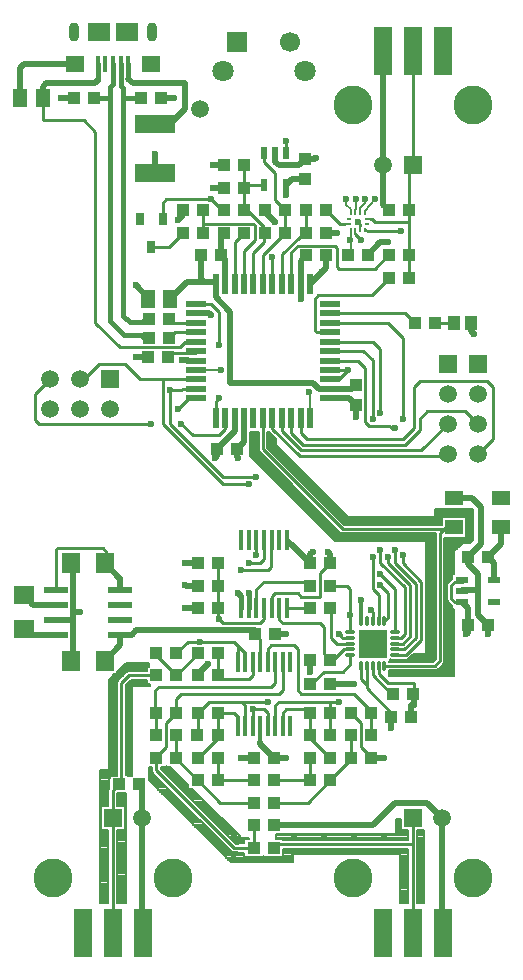
<source format=gtl>
G04 DipTrace 2.4.0.1*
%INtsunami.front.gtl*%
%MOIN*%
%ADD14C,0.02*%
%ADD15C,0.01*%
%ADD16C,0.0197*%
%ADD17C,0.0138*%
%ADD18C,0.0157*%
%ADD19C,0.008*%
%ADD20C,0.0083*%
%ADD21C,0.0118*%
%ADD22C,0.015*%
%ADD24C,0.006*%
%ADD25C,0.007*%
%ADD26R,0.0433X0.0394*%
%ADD27R,0.0394X0.0433*%
%ADD28R,0.063X0.0709*%
%ADD29R,0.0709X0.063*%
%ADD30R,0.0591X0.0591*%
%ADD32C,0.0591*%
%ADD34R,0.0256X0.0413*%
%ADD35R,0.0394X0.0512*%
%ADD36R,0.1339X0.063*%
%ADD37R,0.0083X0.0183*%
%ADD38R,0.0154X0.0083*%
%ADD39R,0.0236X0.0433*%
%ADD40C,0.0236*%
%ADD41R,0.0709X0.0197*%
%ADD42R,0.0197X0.0709*%
%ADD43R,0.0157X0.0709*%
%ADD44R,0.0433X0.0236*%
%ADD45R,0.0787X0.0236*%
%ADD46O,0.0118X0.0335*%
%ADD47O,0.0335X0.0118*%
%ADD48R,0.0965X0.0965*%
%ADD49R,0.0138X0.0709*%
%ADD50C,0.1299*%
%ADD52R,0.0157X0.0531*%
%ADD53R,0.063X0.0551*%
%ADD54R,0.0748X0.063*%
%ADD55O,0.0354X0.063*%
%ADD57R,0.0598X0.1598*%
%ADD58R,0.0512X0.0591*%
%ADD59R,0.0669X0.0669*%
%ADD61C,0.0669*%
%ADD62C,0.0709*%
%ADD64R,0.063X0.0512*%
%FSLAX44Y44*%
G04*
G70*
G90*
G75*
G01*
%LNTop*%
%LPD*%
X14147Y10812D2*
D14*
X14562D1*
X17240Y13876D2*
D15*
Y13234D1*
Y13134D1*
X18062Y12312D1*
Y12187D1*
X17043Y13876D2*
Y13431D1*
X17240Y13234D1*
X18062Y12187D2*
D14*
Y11812D1*
X9011Y16426D2*
Y16789D1*
X8500Y17301D1*
X6885Y16426D2*
D15*
Y17760D1*
X6937Y17812D1*
X8437D1*
X8562Y17687D1*
Y17363D1*
X8500Y17301D1*
X20602Y15243D2*
D14*
Y15798D1*
X20406Y15994D1*
D15*
X20192D1*
X20062Y16125D1*
Y16562D1*
X20187Y16687D1*
X20461D1*
X20406Y16742D1*
X12835Y22128D2*
D16*
Y21710D1*
D14*
X12251Y21126D1*
X20602Y15243D2*
Y14977D1*
X20562Y14937D1*
X9937Y26125D2*
X9999D1*
X9562Y26562D1*
X15897Y27562D2*
Y27158D1*
X15737Y26999D1*
X15495Y26756D1*
D16*
X15354Y26616D1*
X11535Y25632D2*
X11992D1*
D14*
X12062Y25562D1*
X11535Y24057D2*
D16*
X11081Y24062D1*
X16022Y13272D2*
D14*
X16812D1*
X10187Y30323D2*
Y30937D1*
X14187Y30969D2*
Y30687D1*
X14312Y30562D1*
X14977D1*
X15187Y30772D1*
X12477Y29812D2*
X12125D1*
X15187Y30772D2*
X15522D1*
X15562Y30812D1*
X13687Y11874D2*
D17*
Y11358D1*
D14*
Y11272D1*
X14147Y10812D1*
X12251Y21126D2*
Y20876D1*
X12187Y20812D1*
X11602Y16537D2*
X11212D1*
X11187Y16562D1*
X13300Y15795D2*
D18*
X13312Y16250D1*
D14*
Y16300D1*
X15352Y17312D2*
X15346D1*
X14706Y17952D1*
D18*
X14580Y18079D1*
X15352Y17312D2*
D14*
Y17602D1*
X15437Y17687D1*
X16701Y28405D2*
D19*
Y28037D1*
Y27660D1*
X16602Y27562D1*
X16701Y28037D2*
X16712D1*
X16687Y28062D1*
X13687Y14000D2*
D15*
Y14768D1*
X13518Y14937D1*
X9011Y14926D2*
D14*
Y14562D1*
X8500Y14051D1*
X13518Y14937D2*
Y15062D1*
X9562D1*
X9426Y14926D1*
X9011D1*
X17831Y13876D2*
D15*
X19501D1*
X19687Y14062D1*
Y18312D1*
X19876Y18501D1*
X20150D1*
X13780Y22128D2*
Y21094D1*
X16437Y18437D1*
X20085D1*
X20150Y18501D1*
X18647Y29062D2*
Y30429D1*
X18780Y30562D1*
Y34377D1*
X18687Y29022D2*
X18647Y29062D1*
Y26812D2*
Y27562D1*
Y28687D1*
Y29062D1*
X17234Y28766D2*
D20*
X17361D1*
D15*
X17421D1*
X17500Y28687D1*
X18647D1*
X14724Y26616D2*
Y27662D1*
X14937Y27875D1*
X16187D1*
X16250Y27812D1*
Y27187D1*
X16312Y27125D1*
X17500D1*
X17937Y27562D1*
X17977D1*
X16024Y25002D2*
X15560D1*
X15500Y25062D1*
Y26125D1*
X15625Y26250D1*
X17415D1*
X17977Y26812D1*
X14724Y22128D2*
Y21650D1*
X15125Y21250D1*
X18500D1*
X19000Y21750D1*
Y22125D1*
X19250Y22375D1*
X20500D1*
X20937Y21937D1*
X15039Y22128D2*
Y21647D1*
X15250Y21437D1*
X18437D1*
X18812Y21812D1*
Y23187D1*
X19000Y23375D1*
X21250D1*
X21437Y23187D1*
Y21437D1*
X20937Y20937D1*
X14409Y22128D2*
Y21715D1*
X15062Y21062D1*
X19062D1*
X19937Y21937D1*
X14094Y22128D2*
Y21780D1*
X15000Y20875D1*
X19937D1*
Y20937D1*
X11535Y25947D2*
X12052D1*
X12312Y25687D1*
Y24562D1*
X13062Y17062D2*
X13937D1*
X14062Y17187D1*
Y18073D1*
X14068Y18079D1*
X18185Y14231D2*
X18543D1*
X19062Y14750D1*
Y16687D1*
X18437Y17312D1*
Y17562D1*
Y22125D2*
Y24812D1*
X17937Y25312D1*
X16029D1*
X16024Y25317D1*
Y24372D2*
X17127D1*
X17437Y24062D1*
Y22125D1*
Y17500D2*
Y16437D1*
X17634Y16240D1*
Y15373D1*
X18185Y14428D2*
X18490D1*
X18875Y14812D1*
Y16625D1*
X18187Y17312D1*
Y17750D1*
Y21812D2*
X18062D1*
X18000Y21875D1*
X17312D1*
X17187Y22000D1*
Y23812D1*
X16942Y24057D1*
X16024D1*
X12205Y22128D2*
Y22705D1*
X12312Y22812D1*
X17937Y17500D2*
Y17312D1*
X18687Y16562D1*
Y14875D1*
X18437Y14625D1*
X18185D1*
X16024Y24687D2*
X17437D1*
X17687Y24437D1*
Y22312D1*
Y17750D2*
Y17312D1*
X18500Y16500D1*
Y14937D1*
X18384Y14821D1*
X18185D1*
X17016Y28969D2*
D19*
Y29141D1*
X17187Y29312D1*
Y29437D1*
X12375Y23750D2*
X11543D1*
X11535Y23742D1*
X15354Y22128D2*
Y22957D1*
X15312Y23000D1*
X16875Y29437D2*
Y29111D1*
X16858D1*
Y28969D1*
X16024Y23427D2*
D15*
X16302D1*
X16625Y23750D1*
X16617Y23742D1*
X16024D1*
X16701Y28969D2*
D19*
Y29111D1*
X16562Y29250D1*
Y29437D1*
X17016Y28405D2*
D20*
Y28546D1*
D15*
Y28608D1*
X16937Y28687D1*
X14561Y31374D2*
Y30969D1*
X17397Y10812D2*
Y10852D1*
X17062Y11187D1*
Y11977D1*
X16727Y12312D1*
X13477Y10812D2*
D14*
X13062D1*
X11602Y13562D2*
Y13602D1*
X11937Y13937D1*
X14187Y14937D2*
X14562D1*
X15352Y14062D2*
Y13687D1*
X17397Y10812D2*
X17812D1*
X17634Y13876D2*
D15*
Y13615D1*
X17937Y13312D1*
X18812D1*
Y12977D1*
X18772Y12937D1*
D14*
X18812D1*
Y12562D1*
X18731Y12187D2*
Y12562D1*
X18812D1*
X9764Y8812D2*
Y9820D1*
X9647Y9937D1*
X6885Y15426D2*
X7448D1*
Y14102D1*
X7397Y14051D1*
X7448Y15426D2*
Y15670D1*
Y17250D1*
X7397Y17301D1*
X7448Y15670D2*
X7670D1*
X7687Y15687D1*
X20602Y17493D2*
X21062Y17953D1*
Y19187D1*
X20763Y19486D1*
X20150D1*
X20602Y17493D2*
Y17272D1*
X20937Y16937D1*
Y16393D1*
Y15578D1*
X21272Y15243D1*
X20937Y16393D2*
X20430D1*
X20406Y16368D1*
X13150Y22128D2*
D16*
Y21674D1*
D14*
Y21356D1*
X12920Y21126D1*
X16024Y22797D2*
D16*
X16478D1*
D14*
X16661D1*
X16876Y22582D1*
X17043Y15373D2*
D21*
X17062D1*
Y16062D1*
X9955Y24187D2*
D14*
X9562D1*
X16876Y22582D2*
Y22187D1*
X7477Y32812D2*
X7062D1*
X10397D2*
X10812D1*
X12520Y26616D2*
D16*
Y27195D1*
D14*
Y27441D1*
X12397Y27564D1*
Y27949D1*
Y28231D1*
X12477Y28312D1*
X15039Y26616D2*
D16*
Y27195D1*
D14*
Y27374D1*
X15227Y27562D1*
X17795Y30562D2*
Y29244D1*
X17977Y29062D1*
X20713Y25312D2*
Y25036D1*
X20812Y24937D1*
X19764Y8812D2*
Y5003D1*
X19780Y4987D1*
X9764Y8812D2*
Y5003D1*
X9780Y4987D1*
X17795Y30562D2*
Y34361D1*
X17780Y34377D1*
X15187Y30102D2*
X14758D1*
X14561Y29906D1*
X12477Y30562D2*
X12125D1*
X13852Y29062D2*
Y29022D1*
X14187Y28687D1*
X15039Y26616D2*
D16*
Y26125D1*
X14147Y8562D2*
D14*
X17437D1*
X18187Y9312D1*
X19264D1*
X19764Y8812D1*
X12920Y21126D2*
Y20829D1*
X12937Y20812D1*
X11602Y17312D2*
X11187D1*
X11602Y15812D2*
X11187D1*
X14068Y15795D2*
D15*
Y16193D1*
X14187Y16312D1*
X14937D1*
X15062Y16187D1*
X15687D1*
Y16977D1*
X16022Y17312D1*
D14*
Y17602D1*
X15937Y17687D1*
X13044Y15795D2*
D18*
Y16205D1*
D14*
X12937Y16312D1*
X21272Y15243D2*
Y14937D1*
X5688Y32811D2*
Y33813D1*
X5812Y33937D1*
X6871D1*
X7505D1*
X7520Y33952D1*
X14561Y29906D2*
X14562Y29563D1*
X15897Y28312D2*
X16250D1*
X17173Y28969D2*
D19*
Y29048D1*
X17500Y29437D1*
X17272Y27562D2*
D14*
Y27584D1*
X17687Y28000D1*
X17937D1*
X11102Y29062D2*
Y28915D1*
X10937Y28750D1*
X16024Y25632D2*
D15*
X18532D1*
X18852Y25312D1*
X10937Y22437D2*
X11312Y22812D1*
X11550D1*
X11535Y22797D1*
Y23112D2*
X11112D1*
X11062Y23062D1*
X10687D1*
Y21937D1*
X12437Y20187D1*
X13562D1*
X17687Y16937D2*
X18185Y16439D1*
Y15018D1*
X13556Y18079D2*
X13562Y17568D1*
X14187Y11874D2*
Y12562D1*
X14312Y12687D1*
X15750D1*
X16022Y12312D2*
Y11562D1*
X16689Y14821D2*
X16428D1*
X16375Y14875D1*
Y14937D1*
X16312D1*
Y12687D2*
X16022D1*
X15669D1*
X16125Y12312D2*
X16022D1*
Y12687D1*
X14437Y11874D2*
Y12312D1*
X14562Y12437D1*
X15352D1*
Y12312D1*
Y11562D1*
Y11481D1*
X16022Y10812D1*
X12835Y26616D2*
Y28000D1*
X13147Y28312D1*
X14580Y15795D2*
X15336D1*
X15352Y15812D1*
X8780Y33952D2*
D22*
Y33280D1*
X8691Y33191D1*
Y32812D1*
Y25377D1*
X9156Y24911D1*
X9729D1*
X9828Y24812D1*
X9977D1*
X8147Y32812D2*
X8691D1*
X10062Y27859D2*
D15*
X10650D1*
X11102Y28312D1*
X9291Y33952D2*
D18*
Y33458D1*
D14*
X9437Y33312D1*
X11187D1*
Y32437D1*
X10687Y31937D1*
X10187D1*
X15352Y13272D2*
D15*
X15397D1*
X15812Y13687D1*
X16437D1*
X16687Y13937D1*
Y14229D1*
X16689Y14231D1*
X21724Y18501D2*
D14*
Y17946D1*
X21272Y17493D1*
X21469Y16742D2*
Y17297D1*
X21272Y17493D1*
X17437Y13876D2*
D15*
Y13562D1*
X18062Y12937D1*
X18102D1*
X16689Y14428D2*
X16490D1*
X16125Y14062D1*
X16022D1*
X14324Y15795D2*
Y15425D1*
X14437Y15312D1*
X15687D1*
X15812Y15187D1*
Y14272D1*
X16022Y14062D1*
X16689Y14625D2*
X16250D1*
X16062Y14812D1*
Y15772D1*
X16022Y15812D1*
X13187Y11874D2*
Y12562D1*
X13062Y12687D1*
X11977D1*
X11602Y12312D1*
Y11567D1*
X11597Y11562D1*
X16689Y15018D2*
X16687D1*
Y15562D1*
X13937Y12687D2*
X13062D1*
X16022Y16537D2*
X16587D1*
X16687Y16437D1*
Y15562D1*
X12937Y11874D2*
Y12187D1*
X12812Y12312D1*
X12272D1*
Y11567D1*
X12267Y11562D1*
Y11476D1*
X11602Y10812D1*
X10897D2*
Y10768D1*
X11602Y10062D1*
X10897Y11562D2*
Y10812D1*
X13477Y9312D2*
X12352D1*
X11602Y10062D1*
X16727Y10812D2*
Y10768D1*
X16022Y10062D1*
X16727Y11562D2*
Y10812D1*
X14147Y9312D2*
X15272D1*
X16022Y10062D1*
X14187Y14000D2*
Y13312D1*
X14062Y13187D1*
X10312D1*
X10187Y13062D1*
Y12352D1*
X10227Y12312D1*
Y11562D2*
Y12312D1*
X17397D2*
X17437D1*
X16812Y12937D1*
X15062D1*
X14937Y13062D1*
Y14437D1*
X14812Y14562D1*
X14062D1*
X13937Y14437D1*
Y14000D1*
X17397Y12312D2*
Y11562D1*
X10897Y12312D2*
Y12772D1*
X11062Y12937D1*
X14312D1*
X14437Y13062D1*
Y14000D1*
X10227Y10812D2*
Y10852D1*
X10562Y11187D1*
Y11977D1*
X10897Y12312D1*
X10227Y10812D2*
Y10397D1*
X12812Y7812D1*
X13477D1*
Y8562D2*
Y7812D1*
X12272Y10812D2*
Y10062D1*
X13477D1*
X15352Y10812D2*
Y10062D1*
X14147D1*
X10227Y14312D2*
Y14231D1*
X10897Y13562D1*
X11602Y14312D2*
Y14268D1*
X10897Y13562D1*
X12272Y14312D2*
Y13562D1*
X13437Y14000D2*
Y13562D1*
X13312Y13437D1*
X12397D1*
X12272Y13562D1*
X13187Y14000D2*
Y14312D1*
X12812Y14687D1*
X11687D1*
X11272D1*
X10897Y14312D1*
X12937Y14000D2*
Y14525D1*
X12812Y14687D1*
X12477Y29062D2*
Y29022D1*
X12062Y29437D1*
X10562D1*
X10437Y29312D1*
Y28766D1*
X10436Y28765D1*
X10227Y13562D2*
X9312D1*
X9062Y13312D1*
Y10022D1*
X8977Y9937D1*
X8780Y8812D2*
Y9739D1*
X8977Y9937D1*
X8780Y8812D2*
Y4987D1*
X6885Y15926D2*
D14*
X6125D1*
X5823Y16227D1*
X6885Y14926D2*
X6022D1*
X5823Y15125D1*
X11535Y24372D2*
D15*
Y24312D1*
X10750D1*
X10625Y24187D1*
X9035Y33952D2*
D22*
Y33214D1*
X9119Y33130D1*
Y32812D1*
Y25559D1*
X9343Y25335D1*
X9744D1*
X9846Y25437D1*
X9977D1*
X9727Y32812D2*
X9119D1*
X11535Y25317D2*
D15*
X10767D1*
X10647Y25437D1*
X11535Y25002D2*
X10837D1*
X10647Y24812D1*
X8268Y33952D2*
D18*
Y33393D1*
D14*
X8187Y33312D1*
X6562D1*
X6436Y33186D1*
Y32811D1*
X11535Y24687D2*
D15*
X11187D1*
X11000Y24500D1*
X9000D1*
X8187Y25312D1*
Y31687D1*
X7812Y32062D1*
X6437D1*
Y32810D1*
X6436Y32811D1*
X16024Y23112D2*
D16*
X16478D1*
D14*
X16737D1*
X16876Y23251D1*
X10685Y26125D2*
X11248Y26687D1*
X11812D1*
X12134D1*
D16*
X12205Y26616D1*
X11727Y27564D2*
D14*
Y26772D1*
X11812Y26687D1*
X16024Y23112D2*
D16*
X15637D1*
D14*
X15437Y23312D1*
X12687D1*
Y25687D1*
X12205Y26169D1*
D16*
Y26616D1*
X15352Y16537D2*
D15*
Y16687D1*
X13812D1*
X13562Y16437D1*
Y15801D1*
X13556Y15795D1*
X20161Y25312D2*
X19522D1*
X18780Y8812D2*
Y7937D1*
Y4987D1*
X14147Y7812D2*
Y7937D1*
X18780D1*
X16640Y28608D2*
D20*
X16513D1*
D15*
X16350D1*
X15897Y29062D1*
X11772D2*
Y28625D1*
Y28312D1*
X13150Y26616D2*
Y27712D1*
X13500Y28062D1*
Y28562D1*
X13437Y28625D1*
X11772D1*
X15227Y29062D2*
Y28312D1*
X14409Y26616D2*
Y27597D1*
X15000Y28187D1*
X15102D1*
X15227Y28312D1*
X12520Y22128D2*
Y21770D1*
X12312Y21562D1*
X11437D1*
X11062Y21937D1*
X10062D2*
X6312D1*
X6187Y22062D1*
Y22937D1*
X6687Y23437D1*
X17831Y15373D2*
X17937Y15479D1*
Y16312D1*
X17687Y16562D1*
X13312Y19937D2*
X12437D1*
X10437Y21937D1*
Y23437D1*
X10937D1*
X10947Y23427D1*
X11535D1*
X7687Y23437D2*
X7812D1*
X8312Y23937D1*
X9187D1*
X9687Y23437D1*
X10437D1*
X13812Y18079D2*
Y17437D1*
X13687Y17312D1*
X13312D1*
X17437Y15373D2*
Y15687D1*
X17375Y15750D1*
X18375Y28375D2*
X17265D1*
D20*
Y28405D1*
X17173D1*
X16858D2*
Y28266D1*
D15*
X17062Y28062D1*
X14094Y27500D2*
Y26616D1*
X14522Y28312D2*
Y29062D1*
X13813Y30969D2*
Y30686D1*
X14187Y30312D1*
Y29397D1*
X14522Y29062D1*
X13780Y26616D2*
Y27570D1*
X14522Y28312D1*
X13147Y30562D2*
Y29812D1*
Y29062D1*
X13813Y29906D2*
X13240D1*
X13147Y29812D1*
Y29062D2*
X13250D1*
X13812Y28500D1*
Y28352D1*
X13852Y28312D1*
X13465Y26616D2*
Y27652D1*
X13812Y28000D1*
Y28272D1*
X13852Y28312D1*
X13937Y11874D2*
Y12312D1*
X13812Y12437D1*
X13437D1*
Y11874D1*
X12272Y17312D2*
Y16537D1*
Y15812D1*
Y15477D1*
X12312Y15437D1*
X12437Y15312D1*
X13687D1*
X13812Y15437D1*
Y15795D1*
D40*
X14562Y10812D3*
X18062Y11812D3*
X9011Y16789D3*
X20562Y14937D3*
X9562Y26562D3*
X12062Y25562D3*
X11081Y24062D3*
X16812Y13272D3*
X10187Y30937D3*
X12125Y29812D3*
X15562Y30812D3*
X15737Y26999D3*
X12187Y20812D3*
X11187Y16562D3*
X13312Y16300D3*
X15437Y17687D3*
X16687Y28062D3*
X12312Y24562D3*
X13062Y17062D3*
X18437Y17562D3*
Y22125D3*
X17437D3*
Y17500D3*
X18187Y17750D3*
Y21812D3*
X12312Y22812D3*
X17937Y17500D3*
X17687Y22312D3*
Y17750D3*
X17187Y29437D3*
X12375Y23750D3*
X15312Y23000D3*
X16875Y29437D3*
X16562D3*
X16625Y23750D3*
X16937Y28687D3*
X14561Y31374D3*
X13062Y10812D3*
X11937Y13937D3*
X14562Y14937D3*
X15352Y13687D3*
X17812Y10812D3*
X18812Y12562D3*
X7687Y15687D3*
X17062Y16062D3*
X9562Y24187D3*
X16876Y22187D3*
X7062Y32812D3*
X10812D3*
X20812Y24937D3*
X12125Y30562D3*
X14187Y28687D3*
X15039Y26125D3*
X12937Y20812D3*
X11187Y17312D3*
Y15812D3*
X15937Y17687D3*
X12937Y16312D3*
X21272Y14937D3*
X6871Y33937D3*
X14562Y29563D3*
X12397Y27949D3*
X16250Y28312D3*
X17500Y29437D3*
X17937Y28000D3*
X10937Y28750D3*
Y22437D3*
X13562Y20187D3*
X17687Y16937D3*
X10687Y23062D3*
X13562Y17568D3*
X16312Y14937D3*
Y12687D3*
X16687Y15562D3*
X13937Y12687D3*
X12062Y29437D3*
X11687Y14687D3*
X11062Y21937D3*
X10062D3*
X17687Y16562D3*
X13312Y19937D3*
Y17312D3*
X17375Y15750D3*
X18375Y28375D3*
X17062Y28062D3*
X14094Y27500D3*
X13437Y12437D3*
X12312Y15437D3*
X15875Y19437D3*
X14062Y21375D3*
X13625Y20812D3*
X14625Y20687D3*
X14187Y20250D3*
X15187Y20125D3*
X14750Y19687D3*
X15437Y19000D3*
X16562Y18750D3*
X17187Y18687D3*
X18750D3*
X19562D3*
X16250Y18187D3*
X17187D3*
X18750D3*
X19375D3*
X20062Y17937D3*
X19375Y17250D3*
Y16312D3*
Y15312D3*
X20000D3*
X19375Y14125D3*
X9750Y13812D3*
X18062Y13625D3*
X20000D3*
X9750Y13312D3*
X8812Y13062D3*
X9312D3*
X8812Y11812D3*
X9312D3*
X8812Y10312D3*
X9312D3*
X10062Y10187D3*
X10812D3*
X8437Y9312D3*
X9062D3*
X11062Y9187D3*
X11812D3*
X9062Y8312D3*
X12062Y8187D3*
X12812D3*
X14812D3*
X15812D3*
X16812D3*
X17812D3*
X8437Y8062D3*
X19062D3*
X14812Y7687D3*
X15812D3*
X16812D3*
X17812D3*
X12812Y7437D3*
X13812D3*
X8437Y7062D3*
X9062D3*
X18437D3*
X19062D3*
X8437Y6062D3*
X9062D3*
X18437D3*
X19062D3*
X13348Y21661D2*
D24*
X13631D1*
X13348Y21602D2*
X13631D1*
X13348Y21543D2*
X13631D1*
X13348Y21485D2*
X13631D1*
X13348Y21426D2*
X13631D1*
X13348Y21367D2*
X13631D1*
X13348Y21309D2*
X13631D1*
X13348Y21250D2*
X13631D1*
X13348Y21191D2*
X13631D1*
X13348Y21133D2*
X13631D1*
X13348Y21074D2*
X13633D1*
X13348Y21015D2*
X13655D1*
X13348Y20957D2*
X13711D1*
X13348Y20898D2*
X13769D1*
X13395Y20839D2*
X13828D1*
X13454Y20781D2*
X13886D1*
X13513Y20722D2*
X13945D1*
X13572Y20663D2*
X14004D1*
X13631Y20604D2*
X14062D1*
X13689Y20546D2*
X14121D1*
X13748Y20487D2*
X14179D1*
X13806Y20428D2*
X14238D1*
X13865Y20370D2*
X14297D1*
X13924Y20311D2*
X14356D1*
X13982Y20252D2*
X14415D1*
X14041Y20194D2*
X14473D1*
X14099Y20135D2*
X14532D1*
X14158Y20076D2*
X14591D1*
X14218Y20018D2*
X14649D1*
X14276Y19959D2*
X14708D1*
X14335Y19900D2*
X14767D1*
X14393Y19841D2*
X14825D1*
X14452Y19783D2*
X14884D1*
X14511Y19724D2*
X14942D1*
X14569Y19665D2*
X15001D1*
X14628Y19607D2*
X15061D1*
X14686Y19548D2*
X15119D1*
X14745Y19489D2*
X15178D1*
X14804Y19431D2*
X15236D1*
X14863Y19372D2*
X15295D1*
X14922Y19313D2*
X15354D1*
X14980Y19255D2*
X15412D1*
X15039Y19196D2*
X15471D1*
X15098Y19137D2*
X15529D1*
X15156Y19079D2*
X15588D1*
X15215Y19020D2*
X15647D1*
X15273Y18961D2*
X15706D1*
X15332Y18902D2*
X15765D1*
X15391Y18844D2*
X15823D1*
X15449Y18785D2*
X15882D1*
X15508Y18726D2*
X15941D1*
X15567Y18668D2*
X15999D1*
X15626Y18609D2*
X16058D1*
X15685Y18550D2*
X16116D1*
X15743Y18492D2*
X16175D1*
X15802Y18433D2*
X16234D1*
X15860Y18374D2*
X16292D1*
X15919Y18316D2*
X16357D1*
X15978Y18257D2*
X19539D1*
X16036Y18198D2*
X19539D1*
X16095Y18140D2*
X19539D1*
X16153Y18081D2*
X19539D1*
X19213Y18022D2*
X19539D1*
X19223Y17963D2*
X19539D1*
X19223Y17905D2*
X19539D1*
X19223Y17846D2*
X19539D1*
X19223Y17787D2*
X19539D1*
X19223Y17729D2*
X19539D1*
X19223Y17670D2*
X19539D1*
X19223Y17611D2*
X19539D1*
X19223Y17553D2*
X19539D1*
X19223Y17494D2*
X19539D1*
X19223Y17435D2*
X19539D1*
X19223Y17377D2*
X19539D1*
X19223Y17318D2*
X19539D1*
X19223Y17259D2*
X19539D1*
X19223Y17201D2*
X19539D1*
X19223Y17142D2*
X19539D1*
X19223Y17083D2*
X19539D1*
X19223Y17024D2*
X19539D1*
X19223Y16966D2*
X19539D1*
X19223Y16907D2*
X19539D1*
X19223Y16848D2*
X19539D1*
X19223Y16790D2*
X19539D1*
X19223Y16731D2*
X19539D1*
X19223Y16672D2*
X19539D1*
X19223Y16614D2*
X19539D1*
X19223Y16555D2*
X19539D1*
X19223Y16496D2*
X19539D1*
X19223Y16438D2*
X19539D1*
X19223Y16379D2*
X19539D1*
X19223Y16320D2*
X19539D1*
X19223Y16262D2*
X19539D1*
X19223Y16203D2*
X19539D1*
X19223Y16144D2*
X19539D1*
X19223Y16085D2*
X19539D1*
X19223Y16027D2*
X19539D1*
X19223Y15968D2*
X19539D1*
X19223Y15909D2*
X19539D1*
X19223Y15851D2*
X19539D1*
X19223Y15792D2*
X19539D1*
X19223Y15733D2*
X19539D1*
X19223Y15675D2*
X19539D1*
X19223Y15616D2*
X19539D1*
X19223Y15557D2*
X19539D1*
X19223Y15499D2*
X19539D1*
X19223Y15440D2*
X19539D1*
X19223Y15381D2*
X19539D1*
X19223Y15323D2*
X19539D1*
X19223Y15264D2*
X19539D1*
X19223Y15205D2*
X19539D1*
X19223Y15146D2*
X19539D1*
X19223Y15088D2*
X19539D1*
X19223Y15029D2*
X19539D1*
X19223Y14970D2*
X19539D1*
X19223Y14912D2*
X19539D1*
X19223Y14853D2*
X19539D1*
X19223Y14794D2*
X19539D1*
X19223Y14736D2*
X19539D1*
X19223Y14677D2*
X19539D1*
X19223Y14618D2*
X19539D1*
X19223Y14560D2*
X19539D1*
X19223Y14501D2*
X19539D1*
X19223Y14442D2*
X19539D1*
X19223Y14384D2*
X19539D1*
X19223Y14325D2*
X19539D1*
X18786Y14266D2*
X19539D1*
X18727Y14207D2*
X19539D1*
X18669Y14149D2*
X19539D1*
X18570Y14090D2*
X19508D1*
X17981Y14031D2*
X19449D1*
X13638Y21681D2*
X13341D1*
X13342Y21360D1*
Y20886D1*
X13588Y20641D1*
X16199Y18029D1*
X19187Y18030D1*
X19212Y18015D1*
X19217Y18000D1*
Y16749D1*
Y16270D1*
Y14312D1*
X19202Y14287D1*
X19187Y14282D1*
X18796D1*
X18644Y14130D1*
X18621Y14111D1*
X18594Y14098D1*
X18571Y14091D1*
X18513Y14088D1*
X18344D1*
X18321Y14082D1*
X18293Y14079D1*
X18077Y14080D1*
X18045Y14083D1*
X18012Y14094D1*
Y14050D1*
X17968D1*
X17978Y14018D1*
X18071Y14019D1*
X19443Y14020D1*
X19545Y14122D1*
Y18295D1*
X18795D1*
X16437D1*
X16407Y18298D1*
X16379Y18307D1*
X16357Y18319D1*
X16315Y18358D1*
X13679Y20994D1*
X13660Y21017D1*
X13646Y21044D1*
X13640Y21067D1*
X13637Y21124D1*
Y21680D1*
X13589Y21682D1*
X13928Y21661D2*
X14006D1*
X13928Y21602D2*
X14065D1*
X13928Y21543D2*
X14123D1*
X13928Y21485D2*
X14182D1*
X13928Y21426D2*
X14214D1*
X13928Y21367D2*
X14214D1*
X13928Y21309D2*
X14214D1*
X13928Y21250D2*
X14214D1*
X13928Y21191D2*
X14259D1*
X13948Y21133D2*
X14318D1*
X14008Y21074D2*
X14377D1*
X14066Y21015D2*
X14435D1*
X14125Y20957D2*
X14494D1*
X14184Y20898D2*
X14552D1*
X14242Y20839D2*
X14611D1*
X14301Y20781D2*
X14671D1*
X14359Y20722D2*
X14729D1*
X14418Y20663D2*
X14788D1*
X14477Y20604D2*
X14846D1*
X14535Y20546D2*
X14905D1*
X14594Y20487D2*
X14964D1*
X14653Y20428D2*
X15022D1*
X14712Y20370D2*
X15081D1*
X14771Y20311D2*
X15139D1*
X14829Y20252D2*
X15198D1*
X14888Y20194D2*
X15257D1*
X14946Y20135D2*
X15316D1*
X15005Y20076D2*
X15375D1*
X15064Y20018D2*
X15433D1*
X15122Y19959D2*
X15492D1*
X15181Y19900D2*
X15551D1*
X15239Y19841D2*
X15609D1*
X15298Y19783D2*
X15668D1*
X15358Y19724D2*
X15726D1*
X15416Y19665D2*
X15785D1*
X15475Y19607D2*
X15844D1*
X15533Y19548D2*
X15902D1*
X15592Y19489D2*
X15961D1*
X15651Y19431D2*
X16020D1*
X15709Y19372D2*
X16079D1*
X15768Y19313D2*
X16138D1*
X15826Y19255D2*
X16196D1*
X15885Y19196D2*
X16255D1*
X15944Y19137D2*
X16313D1*
X16003Y19079D2*
X16372D1*
X19535D2*
X20776D1*
X16062Y19020D2*
X16431D1*
X19535D2*
X20776D1*
X16120Y18961D2*
X16489D1*
X19535D2*
X20776D1*
X16179Y18902D2*
X16548D1*
X19535D2*
X20776D1*
X16238Y18844D2*
X19737D1*
X20563D2*
X20776D1*
X16296Y18785D2*
X19737D1*
X20563D2*
X20776D1*
X16355Y18726D2*
X19737D1*
X20563D2*
X20776D1*
X16413Y18668D2*
X19737D1*
X20563D2*
X20776D1*
X16472Y18609D2*
X19737D1*
X20563D2*
X20776D1*
X20563Y18550D2*
X20776D1*
X20563Y18492D2*
X20776D1*
X20563Y18433D2*
X20776D1*
X20563Y18374D2*
X20776D1*
X20563Y18316D2*
X20776D1*
X20563Y18257D2*
X20776D1*
X20563Y18198D2*
X20776D1*
X19835Y18140D2*
X20776D1*
X19835Y18081D2*
X20776D1*
X19835Y18022D2*
X20724D1*
X19835Y17963D2*
X20416D1*
X19835Y17905D2*
X20356D1*
X19835Y17846D2*
X20297D1*
X19835Y17787D2*
X20239D1*
X19835Y17729D2*
X20180D1*
X19835Y17670D2*
X20151D1*
X19835Y17611D2*
X20151D1*
X19835Y17553D2*
X20151D1*
X19835Y17494D2*
X20151D1*
X19835Y17435D2*
X20151D1*
X19835Y17377D2*
X20151D1*
X19835Y17318D2*
X20151D1*
X19835Y17259D2*
X20151D1*
X19835Y17201D2*
X20151D1*
X19835Y17142D2*
X20151D1*
X19835Y17083D2*
X20151D1*
X19835Y17024D2*
X20151D1*
X19835Y16966D2*
X20151D1*
X19835Y16907D2*
X20091D1*
X19835Y16848D2*
X20091D1*
X19835Y16790D2*
X20083D1*
X19835Y16731D2*
X20024D1*
X19835Y16672D2*
X19966D1*
X19835Y16614D2*
X19923D1*
X19835Y16555D2*
X19914D1*
X19835Y16496D2*
X19914D1*
X19835Y16438D2*
X19914D1*
X19835Y16379D2*
X19914D1*
X19835Y16320D2*
X19914D1*
X19835Y16262D2*
X19914D1*
X19835Y16203D2*
X19914D1*
X19835Y16144D2*
X19914D1*
X19835Y16085D2*
X19920D1*
X19835Y16027D2*
X19952D1*
X19835Y15968D2*
X20011D1*
X19835Y15909D2*
X20070D1*
X19835Y15851D2*
X20091D1*
X19835Y15792D2*
X20091D1*
X19835Y15733D2*
X20151D1*
X19835Y15675D2*
X20151D1*
X19835Y15616D2*
X20151D1*
X19835Y15557D2*
X20151D1*
X19835Y15499D2*
X20151D1*
X19835Y15440D2*
X20151D1*
X19835Y15381D2*
X20151D1*
X19835Y15323D2*
X20151D1*
X19835Y15264D2*
X20151D1*
X19835Y15205D2*
X20151D1*
X19835Y15146D2*
X20151D1*
X19835Y15088D2*
X20151D1*
X19835Y15029D2*
X20151D1*
X19835Y14970D2*
X20151D1*
X19835Y14912D2*
X20151D1*
X19835Y14853D2*
X20151D1*
X19835Y14794D2*
X20151D1*
X19835Y14736D2*
X20151D1*
X19835Y14677D2*
X20151D1*
X19835Y14618D2*
X20151D1*
X19835Y14560D2*
X20151D1*
X19835Y14501D2*
X20151D1*
X19835Y14442D2*
X20151D1*
X19835Y14384D2*
X20151D1*
X19835Y14325D2*
X20151D1*
X19835Y14266D2*
X20151D1*
X19835Y14207D2*
X20151D1*
X19835Y14149D2*
X20151D1*
X19835Y14090D2*
X20151D1*
X19832Y14031D2*
X20151D1*
X19804Y13973D2*
X20151D1*
X19775Y13914D2*
X20151D1*
X19716Y13855D2*
X20151D1*
X19658Y13797D2*
X20151D1*
X19540Y13738D2*
X20151D1*
X17973Y13679D2*
X20151D1*
X17973Y13621D2*
X20151D1*
X17973Y13562D2*
X20151D1*
X13970Y21682D2*
X13922Y21681D1*
X13923Y21153D1*
X16497Y18579D1*
X19742D1*
Y18850D1*
X20557D1*
Y18153D1*
X19829D1*
Y17982D1*
Y14062D1*
X19826Y14032D1*
X19817Y14004D1*
X19805Y13982D1*
X19779Y13953D1*
Y13936D1*
X19771Y13916D1*
X19645Y13791D1*
X19625Y13782D1*
X19609D1*
X19583Y13760D1*
X19557Y13745D1*
X19529Y13737D1*
X19471Y13734D1*
X17978D1*
X17967Y13704D1*
Y13530D1*
X20157D1*
Y15784D1*
X20097D1*
Y15890D1*
X20028Y15957D1*
X19961Y16024D1*
X19942Y16047D1*
X19929Y16074D1*
X19922Y16097D1*
X19920Y16155D1*
Y16562D1*
X19923Y16592D1*
X19932Y16620D1*
X19944Y16642D1*
X19983Y16684D1*
X20083Y16784D1*
X20097Y16802D1*
Y16953D1*
X20158D1*
X20157Y17687D1*
X20163Y17705D1*
X20417Y17958D1*
X20437Y17967D1*
X20674D1*
X20782Y18074D1*
Y19095D1*
X19530D1*
Y18875D1*
X19515Y18849D1*
X19500Y18845D1*
X16624D1*
X16603Y18853D1*
X14228Y21229D1*
X14220Y21250D1*
Y21453D1*
X13997Y21676D1*
X13985Y21681D1*
X13925D1*
X9372Y13415D2*
X9912D1*
X9313Y13356D2*
X9912D1*
X9254Y13297D2*
X9912D1*
X9210Y13239D2*
X10026D1*
X9210Y13180D2*
X9401D1*
X9210Y13121D2*
X9401D1*
X9210Y13063D2*
X9401D1*
X9210Y13004D2*
X9401D1*
X9210Y12945D2*
X9401D1*
X9210Y12886D2*
X9401D1*
X9210Y12828D2*
X9401D1*
X9210Y12769D2*
X9401D1*
X9210Y12710D2*
X9401D1*
X9210Y12652D2*
X9401D1*
X9210Y12593D2*
X9401D1*
X9210Y12534D2*
X9401D1*
X9210Y12476D2*
X9401D1*
X9210Y12417D2*
X9401D1*
X9210Y12358D2*
X9401D1*
X9210Y12300D2*
X9401D1*
X9210Y12241D2*
X9401D1*
X9210Y12182D2*
X9401D1*
X9210Y12124D2*
X9401D1*
X9210Y12065D2*
X9401D1*
X9210Y12006D2*
X9401D1*
X9210Y11947D2*
X9401D1*
X9210Y11889D2*
X9401D1*
X9210Y11830D2*
X9401D1*
X9210Y11771D2*
X9401D1*
X9210Y11713D2*
X9401D1*
X9210Y11654D2*
X9401D1*
X9210Y11595D2*
X9401D1*
X9210Y11537D2*
X9401D1*
X9210Y11478D2*
X9401D1*
X9210Y11419D2*
X9401D1*
X9210Y11361D2*
X9401D1*
X9210Y11302D2*
X9401D1*
X9210Y11243D2*
X9401D1*
X9210Y11185D2*
X9401D1*
X9210Y11126D2*
X9401D1*
X9210Y11067D2*
X9401D1*
X9210Y11008D2*
X9401D1*
X9210Y10950D2*
X9401D1*
X9210Y10891D2*
X9401D1*
X9210Y10832D2*
X9401D1*
X9210Y10774D2*
X9401D1*
X9210Y10715D2*
X9401D1*
X9210Y10656D2*
X9401D1*
X9210Y10598D2*
X9401D1*
X9210Y10539D2*
X9401D1*
X9210Y10480D2*
X9401D1*
X9210Y10422D2*
X9401D1*
X9210Y10363D2*
X9401D1*
X9210Y10304D2*
X9401D1*
X9210Y10246D2*
X9401D1*
X10033Y13273D2*
X9918D1*
Y13420D1*
X9371D1*
X9204Y13252D1*
Y12982D1*
Y10227D1*
X9286Y10226D1*
Y10216D1*
X9392Y10217D1*
X9407D1*
Y13187D1*
X9422Y13212D1*
X9437Y13217D1*
X10032D1*
Y13272D1*
X9147Y13911D2*
X9963D1*
X9088Y13852D2*
X9963D1*
X9029Y13793D2*
X9913D1*
X8970Y13735D2*
X9913D1*
X8913Y13676D2*
X9221D1*
X8913Y13617D2*
X9160D1*
X8794Y13559D2*
X9102D1*
X8736Y13500D2*
X9043D1*
X8677Y13441D2*
X8984D1*
X8661Y13383D2*
X8932D1*
X8661Y13324D2*
X8914D1*
X8661Y13265D2*
X8913D1*
X8661Y13207D2*
X8913D1*
X8661Y13148D2*
X8913D1*
X8661Y13089D2*
X8913D1*
X8661Y13031D2*
X8913D1*
X8661Y12972D2*
X8913D1*
X8661Y12913D2*
X8913D1*
X8661Y12854D2*
X8913D1*
X8661Y12796D2*
X8913D1*
X8661Y12737D2*
X8913D1*
X8661Y12678D2*
X8913D1*
X8661Y12620D2*
X8913D1*
X8661Y12561D2*
X8913D1*
X8661Y12502D2*
X8913D1*
X8661Y12444D2*
X8913D1*
X8661Y12385D2*
X8913D1*
X8661Y12326D2*
X8913D1*
X8661Y12268D2*
X8913D1*
X8661Y12209D2*
X8913D1*
X8661Y12150D2*
X8913D1*
X8661Y12091D2*
X8913D1*
X8661Y12033D2*
X8913D1*
X8661Y11974D2*
X8913D1*
X8661Y11915D2*
X8913D1*
X8661Y11857D2*
X8913D1*
X8661Y11798D2*
X8913D1*
X8661Y11739D2*
X8913D1*
X8661Y11681D2*
X8913D1*
X8661Y11622D2*
X8913D1*
X8661Y11563D2*
X8913D1*
X8661Y11505D2*
X8913D1*
X8661Y11446D2*
X8913D1*
X8661Y11387D2*
X8913D1*
X8661Y11329D2*
X8913D1*
X8661Y11270D2*
X8913D1*
X8661Y11211D2*
X8913D1*
X8661Y11152D2*
X8913D1*
X8661Y11094D2*
X8913D1*
X8661Y11035D2*
X8913D1*
X8661Y10976D2*
X8913D1*
X8661Y10918D2*
X8913D1*
X8661Y10859D2*
X8913D1*
X8661Y10800D2*
X8913D1*
X8661Y10742D2*
X8913D1*
X8661Y10683D2*
X8913D1*
X8661Y10624D2*
X8913D1*
X8661Y10566D2*
X8913D1*
X8661Y10507D2*
X8913D1*
X8661Y10448D2*
X8913D1*
X8661Y10390D2*
X8913D1*
X8661Y10331D2*
X8913D1*
X8661Y10272D2*
X8913D1*
X8907Y13677D2*
Y13604D1*
X8833D1*
X8720Y13490D1*
X8654Y13424D1*
X8655Y10155D1*
X8669D1*
X8668Y10226D1*
X8921D1*
X8920Y10292D1*
Y13312D1*
X8923Y13342D1*
X8932Y13370D1*
X8944Y13392D1*
X8983Y13434D1*
X9211Y13663D1*
X9235Y13682D1*
X9261Y13695D1*
X9285Y13702D1*
X9342Y13704D1*
X9919D1*
X9918Y13851D1*
X9970D1*
Y13970D1*
X9200D1*
X8907Y13677D1*
X9979Y10515D2*
D25*
X10073D1*
X9979Y10446D2*
X10073D1*
X9979Y10377D2*
X10074D1*
X9979Y10309D2*
X10102D1*
X9979Y10240D2*
X10168D1*
X9979Y10171D2*
X10237D1*
X9979Y10103D2*
X10306D1*
X10021Y10034D2*
X10375D1*
X10090Y9965D2*
X10444D1*
X10159Y9896D2*
X10511D1*
X10228Y9828D2*
X10580D1*
X10297Y9759D2*
X10649D1*
X10365Y9690D2*
X10718D1*
X10433Y9622D2*
X10787D1*
X10502Y9553D2*
X10855D1*
X10571Y9484D2*
X10924D1*
X10640Y9416D2*
X10993D1*
X10708Y9347D2*
X11061D1*
X10777Y9278D2*
X11130D1*
X10846Y9210D2*
X11198D1*
X10915Y9141D2*
X11267D1*
X10984Y9072D2*
X11336D1*
X11051Y9004D2*
X11405D1*
X11120Y8935D2*
X11474D1*
X11189Y8866D2*
X11542D1*
X11258Y8797D2*
X11611D1*
X11327Y8729D2*
X11679D1*
X11395Y8660D2*
X11748D1*
X11464Y8591D2*
X11817D1*
X11533Y8523D2*
X11885D1*
X11602Y8454D2*
X11954D1*
X11671Y8385D2*
X12023D1*
X11738Y8317D2*
X12092D1*
X11807Y8248D2*
X12161D1*
X11876Y8179D2*
X12229D1*
X11945Y8111D2*
X12297D1*
X12014Y8042D2*
X12366D1*
X12082Y7973D2*
X12435D1*
X12151Y7905D2*
X12504D1*
X12220Y7836D2*
X12572D1*
X12288Y7767D2*
X12641D1*
X12357Y7698D2*
X12711D1*
X12425Y7630D2*
X13156D1*
X12494Y7561D2*
X13156D1*
X12563Y7492D2*
X13395D1*
X12632Y7424D2*
X13395D1*
X12701Y7355D2*
X13395D1*
X10079Y10517D2*
X9972D1*
Y10076D1*
X12702Y7347D1*
X13402D1*
Y7517D1*
X13163D1*
Y7652D1*
X12936Y7653D1*
X12912Y7662D1*
X12910Y7665D1*
X12812Y7664D1*
X12777Y7668D1*
X12745Y7680D1*
X12707Y7707D1*
X10123Y10292D1*
X10101Y10320D1*
X10087Y10351D1*
X10080Y10397D1*
Y10518D1*
X10382Y10458D2*
X10734D1*
X10451Y10390D2*
X10803D1*
X10519Y10321D2*
X10872D1*
X10587Y10252D2*
X10941D1*
X10656Y10184D2*
X11009D1*
X10725Y10115D2*
X11077D1*
X10794Y10046D2*
X11146D1*
X10863Y9978D2*
X11215D1*
X10931Y9909D2*
X11281D1*
X11000Y9840D2*
X11281D1*
X11068Y9771D2*
X11281D1*
X11137Y9703D2*
X11490D1*
X11206Y9634D2*
X11559D1*
X11274Y9565D2*
X11628D1*
X11343Y9497D2*
X11695D1*
X11412Y9428D2*
X11764D1*
X11481Y9359D2*
X11833D1*
X11550Y9291D2*
X11902D1*
X11618Y9222D2*
X11971D1*
X11686Y9153D2*
X12039D1*
X11755Y9085D2*
X12108D1*
X11824Y9016D2*
X12177D1*
X11893Y8947D2*
X12246D1*
X11961Y8879D2*
X12314D1*
X12030Y8810D2*
X12382D1*
X12099Y8741D2*
X12451D1*
X12168Y8672D2*
X12520D1*
X12237Y8604D2*
X12589D1*
X12304Y8535D2*
X12658D1*
X12373Y8466D2*
X12726D1*
X12442Y8398D2*
X12795D1*
X12511Y8329D2*
X12864D1*
X12580Y8260D2*
X12932D1*
X12648Y8192D2*
X13001D1*
X12717Y8123D2*
X13323D1*
X12786Y8054D2*
X13157D1*
X12855Y7986D2*
X13157D1*
X10683Y10517D2*
X10582D1*
Y10527D1*
X10542D1*
Y10517D1*
X10374D1*
X10375Y10459D1*
X10728Y10105D1*
X12874Y7959D1*
X13092Y7960D1*
X13163D1*
Y8107D1*
X13330D1*
Y8152D1*
X13061Y8153D1*
X13037Y8162D1*
X11432Y9767D1*
X11288D1*
Y9911D1*
X10909Y10291D1*
X10682Y10517D1*
X14468Y7765D2*
X18624D1*
X14468Y7696D2*
X18624D1*
X14468Y7627D2*
X18624D1*
X14468Y7559D2*
X14770D1*
X18354D2*
X18624D1*
X13354Y7490D2*
X14770D1*
X18354D2*
X18624D1*
X13354Y7421D2*
X14770D1*
X18354D2*
X18624D1*
X13354Y7353D2*
X14770D1*
X18354D2*
X18624D1*
X18354Y7284D2*
X18624D1*
X18354Y7215D2*
X18624D1*
X18354Y7146D2*
X18624D1*
X18354Y7078D2*
X18624D1*
X18354Y7009D2*
X18624D1*
X18354Y6940D2*
X18624D1*
X18354Y6872D2*
X18624D1*
X18354Y6803D2*
X18624D1*
X18354Y6734D2*
X18624D1*
X18354Y6666D2*
X18624D1*
X18354Y6597D2*
X18624D1*
X18354Y6528D2*
X18624D1*
X18354Y6460D2*
X18624D1*
X18354Y6391D2*
X18624D1*
X18354Y6322D2*
X18624D1*
X18354Y6254D2*
X18624D1*
X18354Y6185D2*
X18624D1*
X18354Y6116D2*
X18624D1*
X18354Y6047D2*
X18624D1*
X18354Y5979D2*
X18624D1*
X13792Y7527D2*
Y7517D1*
X13347D1*
Y7347D1*
X14777D1*
Y7562D1*
X14794Y7592D1*
X14812Y7597D1*
X18312D1*
X18342Y7580D1*
X18347Y7562D1*
Y5972D1*
X18632D1*
Y6422D1*
Y7790D1*
X18430Y7789D1*
X14460D1*
X14461Y7517D1*
X13832D1*
Y7527D1*
X13792D1*
X18229Y8708D2*
X18379D1*
X18229Y8640D2*
X18379D1*
X18229Y8571D2*
X18379D1*
X18229Y8502D2*
X18379D1*
X18229Y8434D2*
X18379D1*
X18229Y8365D2*
X18624D1*
X18225Y8296D2*
X18624D1*
X14229Y8228D2*
X18624D1*
X14229Y8159D2*
X18624D1*
X14468Y8090D2*
X18624D1*
X18631Y8419D2*
X18386D1*
Y8777D1*
X18222D1*
Y8312D1*
X18205Y8282D1*
X18187Y8277D1*
X14222D1*
Y8107D1*
X14461D1*
X14462Y8085D1*
X18632D1*
Y8419D1*
X18934Y8365D2*
X19145D1*
X18934Y8296D2*
X19145D1*
X18934Y8228D2*
X19145D1*
X18934Y8159D2*
X19145D1*
X18934Y8090D2*
X19145D1*
X18934Y8021D2*
X19145D1*
X18934Y7953D2*
X19145D1*
X18934Y7884D2*
X19145D1*
X18934Y7815D2*
X19145D1*
X18934Y7747D2*
X19145D1*
X18934Y7678D2*
X19145D1*
X18934Y7609D2*
X19145D1*
X18934Y7541D2*
X19145D1*
X18934Y7472D2*
X19145D1*
X18934Y7403D2*
X19145D1*
X18934Y7335D2*
X19145D1*
X18934Y7266D2*
X19145D1*
X18934Y7197D2*
X19145D1*
X18934Y7129D2*
X19145D1*
X18934Y7060D2*
X19145D1*
X18934Y6991D2*
X19145D1*
X18934Y6922D2*
X19145D1*
X18934Y6854D2*
X19145D1*
X18934Y6785D2*
X19145D1*
X18934Y6716D2*
X19145D1*
X18934Y6648D2*
X19145D1*
X18934Y6579D2*
X19145D1*
X18934Y6510D2*
X19145D1*
X18934Y6442D2*
X19145D1*
X18934Y6373D2*
X19145D1*
X18934Y6304D2*
X19145D1*
X18934Y6236D2*
X19145D1*
X18934Y6167D2*
X19145D1*
X18934Y6098D2*
X19145D1*
X18934Y6030D2*
X19145D1*
X19152Y8419D2*
X18927D1*
Y8077D1*
Y5972D1*
X19152D1*
Y8419D1*
X8354Y10333D2*
X8770D1*
X8354Y10265D2*
X8770D1*
X8354Y10196D2*
X8657D1*
X8354Y10127D2*
X8657D1*
X8354Y10059D2*
X8657D1*
X8354Y9990D2*
X8657D1*
X8354Y9921D2*
X8657D1*
X8354Y9853D2*
X8657D1*
X8354Y9784D2*
X8631D1*
X8354Y9715D2*
X8625D1*
X8354Y9646D2*
X8625D1*
X8354Y9578D2*
X8625D1*
X8354Y9509D2*
X8625D1*
X8354Y9440D2*
X8625D1*
X8354Y9372D2*
X8625D1*
X8354Y9303D2*
X8625D1*
X8354Y9234D2*
X8625D1*
X8354Y8410D2*
X8625D1*
X8354Y8341D2*
X8625D1*
X8354Y8273D2*
X8625D1*
X8354Y8204D2*
X8625D1*
X8354Y8135D2*
X8625D1*
X8354Y8067D2*
X8625D1*
X8354Y7998D2*
X8625D1*
X8354Y7929D2*
X8625D1*
X8354Y7861D2*
X8625D1*
X8354Y7792D2*
X8625D1*
X8354Y7723D2*
X8625D1*
X8354Y7655D2*
X8625D1*
X8354Y7586D2*
X8625D1*
X8354Y7517D2*
X8625D1*
X8354Y7448D2*
X8625D1*
X8354Y7380D2*
X8625D1*
X8354Y7311D2*
X8625D1*
X8354Y7242D2*
X8625D1*
X8354Y7174D2*
X8625D1*
X8354Y7105D2*
X8625D1*
X8354Y7036D2*
X8625D1*
X8354Y6968D2*
X8625D1*
X8354Y6899D2*
X8625D1*
X8354Y6830D2*
X8625D1*
X8354Y6762D2*
X8625D1*
X8354Y6693D2*
X8625D1*
X8354Y6624D2*
X8625D1*
X8354Y6556D2*
X8625D1*
X8354Y6487D2*
X8625D1*
X8354Y6418D2*
X8625D1*
X8354Y6349D2*
X8625D1*
X8354Y6281D2*
X8625D1*
X8354Y6212D2*
X8625D1*
X8354Y6143D2*
X8625D1*
X8354Y6075D2*
X8625D1*
X8354Y6006D2*
X8625D1*
X8421Y9205D2*
X8633D1*
X8632Y9547D1*
Y9739D1*
X8636Y9774D1*
X8649Y9809D1*
X8663Y9852D1*
Y10232D1*
X8778D1*
X8777Y10402D1*
X8347D1*
Y5972D1*
X8632D1*
Y6422D1*
Y8418D1*
X8386Y8419D1*
Y9205D1*
X8421D1*
X8934Y9640D2*
X9208D1*
X8934Y9571D2*
X9208D1*
X8934Y9502D2*
X9208D1*
X8934Y9434D2*
X9208D1*
X8934Y9365D2*
X9208D1*
X8934Y9296D2*
X9208D1*
X8934Y9228D2*
X9208D1*
X9179Y9159D2*
X9207D1*
X9179Y9090D2*
X9207D1*
X9179Y9021D2*
X9207D1*
X9179Y8953D2*
X9207D1*
X9179Y8884D2*
X9207D1*
X9179Y8815D2*
X9207D1*
X9179Y8747D2*
X9207D1*
X9179Y8678D2*
X9207D1*
X9179Y8609D2*
X9207D1*
X9179Y8541D2*
X9207D1*
X9179Y8472D2*
X9207D1*
X8934Y8403D2*
X9208D1*
X8934Y8335D2*
X9208D1*
X8934Y8266D2*
X9208D1*
X8934Y8197D2*
X9208D1*
X8934Y8129D2*
X9208D1*
X8934Y8060D2*
X9208D1*
X8934Y7991D2*
X9208D1*
X8934Y7922D2*
X9208D1*
X8934Y7854D2*
X9208D1*
X8934Y7785D2*
X9208D1*
X8934Y7716D2*
X9208D1*
X8934Y7648D2*
X9208D1*
X8934Y7579D2*
X9208D1*
X8934Y7510D2*
X9208D1*
X8934Y7442D2*
X9208D1*
X8934Y7373D2*
X9208D1*
X8934Y7304D2*
X9208D1*
X8934Y7236D2*
X9208D1*
X8934Y7167D2*
X9208D1*
X8934Y7098D2*
X9208D1*
X8934Y7030D2*
X9208D1*
X8934Y6961D2*
X9208D1*
X8934Y6892D2*
X9208D1*
X8934Y6823D2*
X9208D1*
X8934Y6755D2*
X9208D1*
X8934Y6686D2*
X9208D1*
X8934Y6617D2*
X9208D1*
X8934Y6549D2*
X9208D1*
X8934Y6480D2*
X9208D1*
X8934Y6411D2*
X9208D1*
X8934Y6343D2*
X9208D1*
X8934Y6274D2*
X9208D1*
X8934Y6205D2*
X9208D1*
X8934Y6137D2*
X9208D1*
X8934Y6068D2*
X9208D1*
X8934Y5999D2*
X9208D1*
X8928Y9205D2*
X9173D1*
Y8419D1*
X8927D1*
Y8077D1*
Y5972D1*
X9215D1*
Y9642D1*
X8927D1*
Y9204D1*
D26*
X15227Y28312D3*
X15897D3*
D27*
X15187Y30772D3*
Y30102D3*
D26*
X14522Y29062D3*
X13852D3*
X11772D3*
X11102D3*
X13147Y28312D3*
X12477D3*
X18647Y27562D3*
X17977D3*
X11727Y27564D3*
X12397D3*
X15897Y27562D3*
X15227D3*
X10625Y24187D3*
X9955D3*
D27*
X16876Y23251D3*
Y22582D3*
D26*
X12251Y21126D3*
X12920D3*
X21272Y17493D3*
X20602D3*
D28*
X8500Y17301D3*
X7397D3*
D26*
X12272Y17312D3*
X11602D3*
X15352D3*
X16022D3*
D29*
X5823Y16227D3*
Y15125D3*
D26*
X20602Y15243D3*
X21272D3*
X14187Y14937D3*
X13518D3*
X10227Y14312D3*
X10897D3*
D28*
X7397Y14051D3*
X8500D3*
D26*
X16022Y14062D3*
X15352D3*
X12272Y13562D3*
X11602D3*
X16022Y13272D3*
X15352D3*
X18102Y12937D3*
X18772D3*
X10897Y12312D3*
X10227D3*
X16022D3*
X15352D3*
X17397D3*
X16727D3*
X18062Y12187D3*
X18731D3*
X11597Y11562D3*
X12267D3*
X14147Y10812D3*
X13477D3*
Y10062D3*
X14147D3*
X13477Y9312D3*
X14147D3*
X16602Y27562D3*
X17272D3*
D30*
X8687Y23437D3*
D32*
Y22437D3*
X7687Y23437D3*
Y22437D3*
X6687Y23437D3*
Y22437D3*
D34*
X10436Y28765D3*
X9688D3*
X10062Y27859D3*
D35*
X20713Y25312D3*
X20161D3*
D36*
X10187Y31937D3*
Y30323D3*
D37*
X16701Y28405D3*
X16858D3*
X17016D3*
X17173D3*
D38*
X17234Y28608D3*
Y28766D3*
D37*
X17173Y28969D3*
X17016D3*
X16858D3*
X16701D3*
D38*
X16640Y28766D3*
Y28608D3*
D39*
X14561Y30969D3*
X14187D3*
X13813D3*
Y29906D3*
X14561D3*
D41*
X11535Y25947D3*
Y25632D3*
Y25317D3*
Y25002D3*
Y24687D3*
Y24372D3*
Y24057D3*
Y23742D3*
Y23427D3*
Y23112D3*
Y22797D3*
D42*
X12205Y22128D3*
X12520D3*
X12835D3*
X13150D3*
X13465D3*
X13780D3*
X14094D3*
X14409D3*
X14724D3*
X15039D3*
X15354D3*
D41*
X16024Y22797D3*
Y23112D3*
Y23427D3*
Y23742D3*
Y24057D3*
Y24372D3*
Y24687D3*
Y25002D3*
Y25317D3*
Y25632D3*
Y25947D3*
D42*
X15354Y26616D3*
X15039D3*
X14724D3*
X14409D3*
X14094D3*
X13780D3*
X13465D3*
X13150D3*
X12835D3*
X12520D3*
X12205D3*
D43*
X14580Y18079D3*
X14324D3*
X14068D3*
X13812D3*
X13556D3*
X13300D3*
X13044D3*
Y15795D3*
X13300D3*
X13556D3*
X13812D3*
X14068D3*
X14324D3*
X14580D3*
D44*
X20406Y16742D3*
Y16368D3*
Y15994D3*
X21469D3*
Y16742D3*
D45*
X6885Y16426D3*
Y15926D3*
Y15426D3*
Y14926D3*
X9011D3*
Y15426D3*
Y15926D3*
Y16426D3*
D46*
X17043Y13876D3*
X17240D3*
X17437D3*
X17634D3*
X17831D3*
D47*
X18185Y14231D3*
Y14428D3*
Y14625D3*
Y14821D3*
Y15018D3*
D46*
X17831Y15373D3*
X17634D3*
X17437D3*
X17240D3*
X17043D3*
D47*
X16689Y15018D3*
Y14821D3*
Y14625D3*
Y14428D3*
Y14231D3*
D48*
X17437Y14625D3*
D49*
X12937Y11874D3*
X13187D3*
X13437D3*
X13687D3*
X13937D3*
X14187D3*
X14437D3*
X14687D3*
Y14000D3*
X14437D3*
X14187D3*
X13937D3*
X13687D3*
X13437D3*
X13187D3*
X12937D3*
D30*
X18780Y30562D3*
D32*
X17795D3*
D50*
X20787Y32570D3*
X16772D3*
D52*
X9291Y33952D3*
X9035D3*
X8780D3*
X8524D3*
X8268D3*
D53*
X7520D3*
X10039D3*
D54*
X9252Y35005D3*
X8307D3*
D55*
X10079D3*
X7480D3*
D57*
X17780Y34377D3*
X18780D3*
X19780D3*
D30*
X19937Y23937D3*
D32*
Y22937D3*
Y21937D3*
Y20937D3*
D30*
X20937Y23937D3*
D32*
Y22937D3*
Y21937D3*
Y20937D3*
D30*
X8780Y8812D3*
D32*
X9764D3*
D50*
X6772Y6804D3*
X10787D3*
D30*
X18780Y8812D3*
D32*
X19764D3*
D50*
X16772Y6804D3*
X20787D3*
D57*
X9780Y4987D3*
X8780D3*
X7780D3*
X19780D3*
X18780D3*
X17780D3*
D58*
X5688Y32811D3*
X6436D3*
X9937Y26125D3*
X10685D3*
D26*
X15897Y29062D3*
X15227D3*
X12477Y30562D3*
X13147D3*
Y29812D3*
X12477D3*
Y29062D3*
X13147D3*
X14522Y28312D3*
X13852D3*
X11102D3*
X11772D3*
X17977Y26812D3*
X18647D3*
X9977Y25437D3*
X10647D3*
X19522Y25312D3*
X18852D3*
X9977Y24812D3*
X10647D3*
X12272Y16537D3*
X11602D3*
X16022D3*
X15352D3*
X11602Y15812D3*
X12272D3*
X16022D3*
X15352D3*
X11602Y14312D3*
X12272D3*
X10227Y13562D3*
X10897D3*
X11602Y12312D3*
X12272D3*
X10897Y11562D3*
X10227D3*
X16022D3*
X15352D3*
X16727D3*
X17397D3*
X10897Y10812D3*
X10227D3*
X11602D3*
X12272D3*
X16022D3*
X15352D3*
X17397D3*
X16727D3*
X12272Y10062D3*
X11602D3*
X15352D3*
X16022D3*
X13477Y7812D3*
X14147D3*
D59*
X12926Y34687D3*
D61*
X14698D3*
D62*
X12434Y33703D3*
X15190D3*
D32*
X11687Y32437D3*
D64*
X21724Y19486D3*
X20150D3*
Y18501D3*
X21724D3*
D26*
X7477Y32812D3*
X8147D3*
X10397D3*
X9727D3*
X17977Y29062D3*
X18647D3*
X9647Y9937D3*
X8977D3*
X14147Y8562D3*
X13477D3*
M02*

</source>
